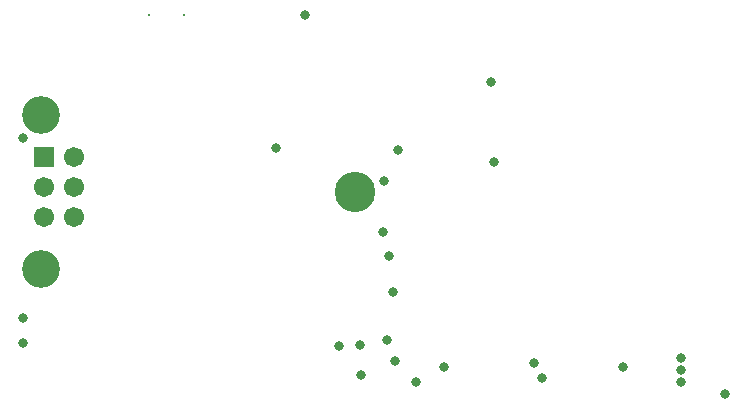
<source format=gbs>
%FSLAX23Y23*%
%MOIN*%
G70*
G01*
G75*
G04 Layer_Color=16711935*
%ADD10R,0.026X0.030*%
%ADD11R,0.030X0.026*%
%ADD12R,0.031X0.028*%
%ADD13R,0.039X0.031*%
%ADD14R,0.028X0.059*%
%ADD15R,0.012X0.020*%
%ADD16R,0.020X0.012*%
%ADD17R,0.051X0.022*%
%ADD18R,0.024X0.024*%
%ADD19R,0.118X0.039*%
%ADD20R,0.039X0.118*%
%ADD21R,0.010X0.020*%
%ADD22R,0.020X0.010*%
%ADD23R,0.010X0.013*%
%ADD24R,0.013X0.010*%
%ADD25O,0.065X0.012*%
%ADD26R,0.037X0.018*%
%ADD27R,0.035X0.031*%
%ADD28R,0.031X0.035*%
%ADD29R,0.063X0.224*%
%ADD30R,0.024X0.024*%
%ADD31R,0.035X0.026*%
%ADD32R,0.026X0.035*%
%ADD33R,0.033X0.059*%
%ADD34R,0.169X0.065*%
%ADD35R,0.053X0.094*%
%ADD36R,0.028X0.018*%
%ADD37R,0.063X0.098*%
%ADD38R,0.012X0.031*%
%ADD39R,0.031X0.012*%
%ADD40R,0.047X0.047*%
%ADD41R,0.051X0.016*%
%ADD42R,0.022X0.051*%
%ADD43C,0.010*%
%ADD44C,0.030*%
%ADD45C,0.015*%
%ADD46C,0.020*%
%ADD47C,0.040*%
%ADD48C,0.011*%
%ADD49C,0.008*%
%ADD50C,0.125*%
%ADD51C,0.118*%
%ADD52C,0.059*%
%ADD53R,0.059X0.059*%
%ADD54C,0.025*%
%ADD55C,0.010*%
%ADD56C,0.004*%
%ADD57C,0.001*%
%ADD58C,0.008*%
%ADD59C,0.006*%
%ADD60R,0.034X0.038*%
%ADD61R,0.038X0.034*%
%ADD62R,0.039X0.036*%
%ADD63R,0.047X0.039*%
%ADD64R,0.036X0.067*%
%ADD65R,0.013X0.021*%
%ADD66R,0.021X0.013*%
%ADD67R,0.059X0.030*%
%ADD68R,0.032X0.032*%
%ADD69R,0.126X0.047*%
%ADD70R,0.047X0.126*%
%ADD71R,0.012X0.022*%
%ADD72R,0.022X0.012*%
%ADD73R,0.016X0.019*%
%ADD74R,0.019X0.016*%
%ADD75O,0.073X0.020*%
%ADD76R,0.041X0.022*%
%ADD77R,0.043X0.039*%
%ADD78R,0.039X0.043*%
%ADD79R,0.071X0.232*%
%ADD80R,0.032X0.032*%
%ADD81R,0.043X0.034*%
%ADD82R,0.034X0.043*%
%ADD83R,0.041X0.067*%
%ADD84R,0.177X0.073*%
%ADD85R,0.061X0.102*%
%ADD86R,0.031X0.022*%
%ADD87R,0.067X0.102*%
%ADD88R,0.018X0.037*%
%ADD89R,0.037X0.018*%
%ADD90R,0.055X0.055*%
%ADD91R,0.059X0.024*%
%ADD92R,0.030X0.059*%
%ADD93C,0.008*%
%ADD94C,0.135*%
%ADD95C,0.126*%
%ADD96C,0.067*%
%ADD97R,0.067X0.067*%
%ADD98C,0.033*%
D93*
X-621Y590D02*
D03*
X-739D02*
D03*
D94*
X-51Y0D02*
D03*
D95*
X-1100Y256D02*
D03*
Y-256D02*
D03*
D96*
X-990Y115D02*
D03*
Y-85D02*
D03*
Y15D02*
D03*
X-1090D02*
D03*
Y-85D02*
D03*
D97*
Y115D02*
D03*
D98*
X45Y35D02*
D03*
X-220Y590D02*
D03*
X-1160Y180D02*
D03*
Y-505D02*
D03*
Y-420D02*
D03*
X410Y100D02*
D03*
X402Y367D02*
D03*
X90Y140D02*
D03*
X40Y-135D02*
D03*
X-315Y145D02*
D03*
X-105Y-513D02*
D03*
X-32Y-609D02*
D03*
X80Y-565D02*
D03*
X55Y-495D02*
D03*
X245Y-585D02*
D03*
X545Y-570D02*
D03*
X570Y-620D02*
D03*
X840Y-585D02*
D03*
X1035Y-595D02*
D03*
Y-635D02*
D03*
Y-555D02*
D03*
X1180Y-675D02*
D03*
X60Y-215D02*
D03*
X150Y-635D02*
D03*
X75Y-335D02*
D03*
X-35Y-510D02*
D03*
M02*

</source>
